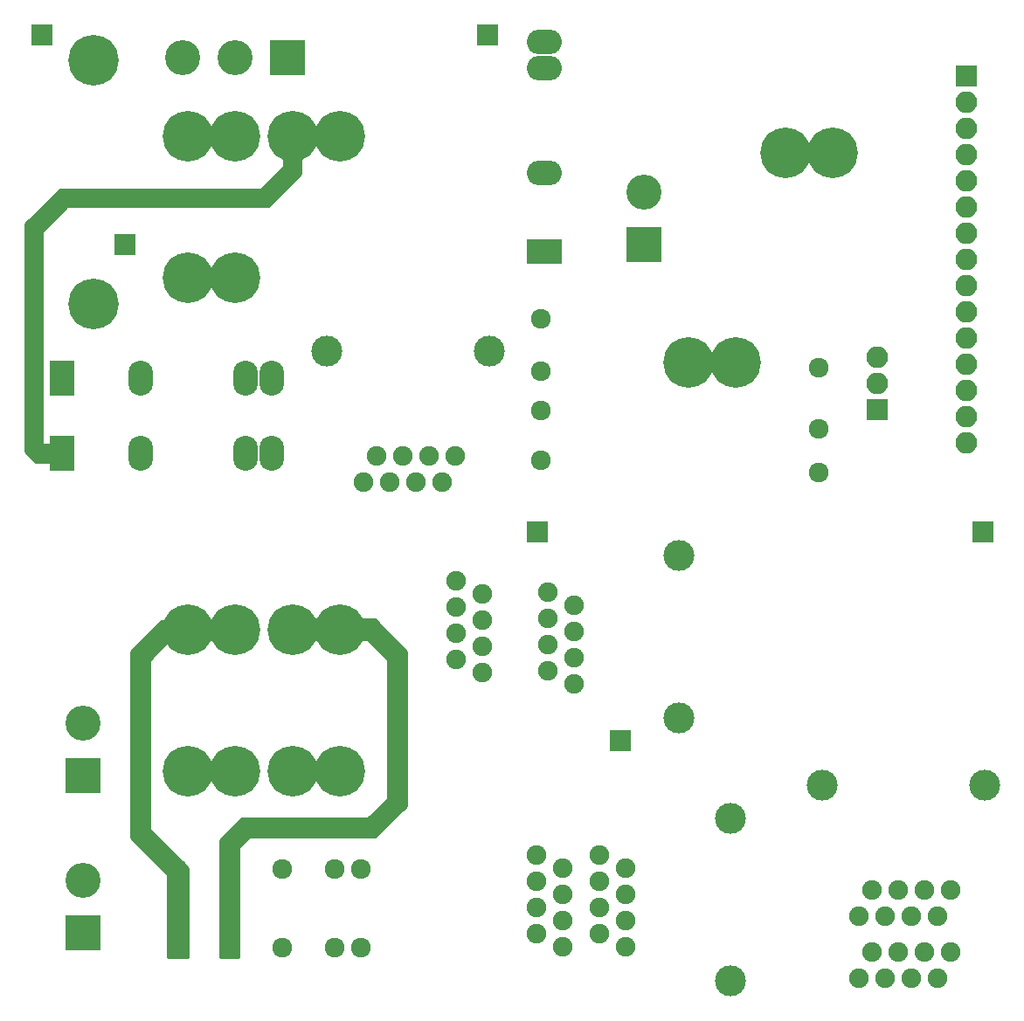
<source format=gbs>
G04 #@! TF.FileFunction,Soldermask,Bot*
%FSLAX46Y46*%
G04 Gerber Fmt 4.6, Leading zero omitted, Abs format (unit mm)*
G04 Created by KiCad (PCBNEW 4.0.7) date 05/06/18 13:24:53*
%MOMM*%
%LPD*%
G01*
G04 APERTURE LIST*
%ADD10C,0.100000*%
%ADD11C,1.900000*%
%ADD12R,3.400000X3.400000*%
%ADD13C,3.400000*%
%ADD14R,2.100000X2.100000*%
%ADD15O,2.100000X2.100000*%
%ADD16C,3.000000*%
%ADD17R,2.400000X3.400000*%
%ADD18O,2.400000X3.400000*%
%ADD19R,3.400000X2.400000*%
%ADD20O,3.400000X2.400000*%
%ADD21C,1.924000*%
%ADD22C,4.900880*%
%ADD23C,0.254000*%
G04 APERTURE END LIST*
D10*
D11*
X84963000Y-133540500D03*
X84963000Y-131000500D03*
X84963000Y-128460500D03*
X84963000Y-125920500D03*
X87503000Y-134810500D03*
X87503000Y-132270500D03*
X87503000Y-129730500D03*
X87503000Y-127190500D03*
D12*
X48768000Y-144780000D03*
D13*
X48768000Y-139700000D03*
D12*
X48768000Y-160020000D03*
D13*
X48768000Y-154940000D03*
D14*
X125730000Y-109347000D03*
D15*
X125730000Y-106807000D03*
X125730000Y-104267000D03*
D14*
X134366000Y-76962000D03*
D15*
X134366000Y-79502000D03*
X134366000Y-82042000D03*
X134366000Y-84582000D03*
X134366000Y-87122000D03*
X134366000Y-89662000D03*
X134366000Y-92202000D03*
X134366000Y-94742000D03*
X134366000Y-97282000D03*
X134366000Y-99822000D03*
X134366000Y-102362000D03*
X134366000Y-104902000D03*
X134366000Y-107442000D03*
X134366000Y-109982000D03*
X134366000Y-112522000D03*
D12*
X103124000Y-93281500D03*
D13*
X103124000Y-88201500D03*
D11*
X77216000Y-113792000D03*
X79756000Y-113792000D03*
X82296000Y-113792000D03*
X84836000Y-113792000D03*
X75946000Y-116332000D03*
X78486000Y-116332000D03*
X81026000Y-116332000D03*
X83566000Y-116332000D03*
D16*
X88138000Y-103632000D03*
X72390000Y-103632000D03*
D12*
X68580000Y-75184000D03*
D13*
X63500000Y-75184000D03*
X58420000Y-75184000D03*
D12*
X48768000Y-160020000D03*
D13*
X48768000Y-154940000D03*
D11*
X125222000Y-155892500D03*
X127762000Y-155892500D03*
X130302000Y-155892500D03*
X132842000Y-155892500D03*
X123952000Y-158432500D03*
X126492000Y-158432500D03*
X129032000Y-158432500D03*
X131572000Y-158432500D03*
D16*
X136144000Y-145732500D03*
X120396000Y-145732500D03*
D17*
X46736000Y-106299000D03*
D18*
X54356000Y-106299000D03*
X64516000Y-106299000D03*
X67056000Y-106299000D03*
D17*
X46736000Y-113538000D03*
D18*
X54356000Y-113538000D03*
X64516000Y-113538000D03*
X67056000Y-113538000D03*
D19*
X93472000Y-93980000D03*
D20*
X93472000Y-86360000D03*
X93472000Y-76200000D03*
X93472000Y-73660000D03*
D21*
X120078500Y-111188500D03*
X93154500Y-114236500D03*
X93154500Y-109410500D03*
X93154500Y-100520500D03*
X93154500Y-105600500D03*
X120078500Y-115379500D03*
X120078500Y-105219500D03*
D22*
X69088000Y-144399000D03*
X116840000Y-84455000D03*
X73660000Y-144399000D03*
X107442000Y-104775000D03*
X121412000Y-84455000D03*
X63500000Y-144399000D03*
X58928000Y-144399000D03*
X69088000Y-130683000D03*
X73660000Y-130683000D03*
X63500000Y-130683000D03*
X58928000Y-130683000D03*
X73660000Y-82804000D03*
X63500000Y-82804000D03*
X112014000Y-104775000D03*
X69088000Y-82804000D03*
X58928000Y-82804000D03*
X63500000Y-96520000D03*
X58928000Y-96520000D03*
X49784000Y-75438000D03*
X49784000Y-99060000D03*
X69088000Y-144399000D03*
X73660000Y-144399000D03*
X63500000Y-144399000D03*
X58928000Y-144399000D03*
X69088000Y-130683000D03*
X73660000Y-130683000D03*
X63500000Y-130683000D03*
X58928000Y-130683000D03*
X58928000Y-82804000D03*
X58928000Y-82804000D03*
D14*
X44831000Y-73025000D03*
X88011000Y-73025000D03*
X52895500Y-93281500D03*
D22*
X58928000Y-82804000D03*
D11*
X96393000Y-128270000D03*
X96393000Y-130810000D03*
X96393000Y-133350000D03*
X96393000Y-135890000D03*
X93853000Y-127000000D03*
X93853000Y-129540000D03*
X93853000Y-132080000D03*
X93853000Y-134620000D03*
D16*
X106553000Y-139192000D03*
X106553000Y-123444000D03*
D14*
X100901500Y-141414500D03*
X136017000Y-121158000D03*
X92837000Y-121158000D03*
D11*
X125222000Y-161925000D03*
X127762000Y-161925000D03*
X130302000Y-161925000D03*
X132842000Y-161925000D03*
X123952000Y-164465000D03*
X126492000Y-164465000D03*
X129032000Y-164465000D03*
X131572000Y-164465000D03*
X101346000Y-153797000D03*
X101346000Y-156337000D03*
X101346000Y-158877000D03*
X101346000Y-161417000D03*
X98806000Y-152527000D03*
X98806000Y-155067000D03*
X98806000Y-157607000D03*
X98806000Y-160147000D03*
D16*
X111506000Y-164719000D03*
X111506000Y-148971000D03*
D11*
X95250000Y-153797000D03*
X95250000Y-156337000D03*
X95250000Y-158877000D03*
X95250000Y-161417000D03*
X92710000Y-152527000D03*
X92710000Y-155067000D03*
X92710000Y-157607000D03*
X92710000Y-160147000D03*
D21*
X75692000Y-161480500D03*
X73152000Y-161480500D03*
X68072000Y-161480500D03*
X62992000Y-161480500D03*
X57912000Y-161480500D03*
X75692000Y-153860500D03*
X73152000Y-153860500D03*
X68072000Y-153860500D03*
X62992000Y-153860500D03*
X57912000Y-153860500D03*
D23*
G36*
X64389000Y-131572000D02*
X57277000Y-131572000D01*
X57227590Y-131582006D01*
X57187197Y-131609197D01*
X55282197Y-133514197D01*
X55254334Y-133556211D01*
X55245000Y-133604000D01*
X55245000Y-149987000D01*
X55255006Y-150036410D01*
X55282197Y-150076803D01*
X58928000Y-153722606D01*
X58928000Y-162433000D01*
X57023000Y-162433000D01*
X57023000Y-154432000D01*
X57012994Y-154382590D01*
X56985803Y-154342197D01*
X53467000Y-150823394D01*
X53467000Y-132767606D01*
X56440606Y-129794000D01*
X64389000Y-129794000D01*
X64389000Y-131572000D01*
X64389000Y-131572000D01*
G37*
X64389000Y-131572000D02*
X57277000Y-131572000D01*
X57227590Y-131582006D01*
X57187197Y-131609197D01*
X55282197Y-133514197D01*
X55254334Y-133556211D01*
X55245000Y-133604000D01*
X55245000Y-149987000D01*
X55255006Y-150036410D01*
X55282197Y-150076803D01*
X58928000Y-153722606D01*
X58928000Y-162433000D01*
X57023000Y-162433000D01*
X57023000Y-154432000D01*
X57012994Y-154382590D01*
X56985803Y-154342197D01*
X53467000Y-150823394D01*
X53467000Y-132767606D01*
X56440606Y-129794000D01*
X64389000Y-129794000D01*
X64389000Y-131572000D01*
G36*
X80137000Y-132767606D02*
X80137000Y-147773870D01*
X77037906Y-150749000D01*
X64897000Y-150749000D01*
X64847590Y-150759006D01*
X64807197Y-150786197D01*
X63918197Y-151675197D01*
X63890334Y-151717211D01*
X63881000Y-151765000D01*
X63881000Y-162433000D01*
X62103000Y-162433000D01*
X62103000Y-151055606D01*
X64187606Y-148971000D01*
X76327000Y-148971000D01*
X76376410Y-148960994D01*
X76416803Y-148933803D01*
X78321803Y-147028803D01*
X78349666Y-146986789D01*
X78359000Y-146939000D01*
X78359000Y-133604000D01*
X78348994Y-133554590D01*
X78321803Y-133514197D01*
X76416803Y-131609197D01*
X76374789Y-131581334D01*
X76327000Y-131572000D01*
X68199000Y-131572000D01*
X68199000Y-129667000D01*
X77036394Y-129667000D01*
X80137000Y-132767606D01*
X80137000Y-132767606D01*
G37*
X80137000Y-132767606D02*
X80137000Y-147773870D01*
X77037906Y-150749000D01*
X64897000Y-150749000D01*
X64847590Y-150759006D01*
X64807197Y-150786197D01*
X63918197Y-151675197D01*
X63890334Y-151717211D01*
X63881000Y-151765000D01*
X63881000Y-162433000D01*
X62103000Y-162433000D01*
X62103000Y-151055606D01*
X64187606Y-148971000D01*
X76327000Y-148971000D01*
X76376410Y-148960994D01*
X76416803Y-148933803D01*
X78321803Y-147028803D01*
X78349666Y-146986789D01*
X78359000Y-146939000D01*
X78359000Y-133604000D01*
X78348994Y-133554590D01*
X78321803Y-133514197D01*
X76416803Y-131609197D01*
X76374789Y-131581334D01*
X76327000Y-131572000D01*
X68199000Y-131572000D01*
X68199000Y-129667000D01*
X77036394Y-129667000D01*
X80137000Y-132767606D01*
G36*
X69913500Y-86434394D02*
X66749394Y-89598500D01*
X47244000Y-89598500D01*
X47194590Y-89608506D01*
X47154197Y-89635697D01*
X44868197Y-91921697D01*
X44840334Y-91963711D01*
X44831000Y-92011500D01*
X44831000Y-112585500D01*
X44841006Y-112634910D01*
X44869447Y-112676535D01*
X44911841Y-112703815D01*
X44958000Y-112712500D01*
X45593000Y-112712500D01*
X45593000Y-114363500D01*
X44248606Y-114363500D01*
X43243500Y-113358394D01*
X43243500Y-91302106D01*
X46598106Y-87947500D01*
X66040000Y-87947500D01*
X66089410Y-87937494D01*
X66129803Y-87910303D01*
X68225303Y-85814803D01*
X68253166Y-85772789D01*
X68262500Y-85725000D01*
X68262500Y-84963000D01*
X69913500Y-84963000D01*
X69913500Y-86434394D01*
X69913500Y-86434394D01*
G37*
X69913500Y-86434394D02*
X66749394Y-89598500D01*
X47244000Y-89598500D01*
X47194590Y-89608506D01*
X47154197Y-89635697D01*
X44868197Y-91921697D01*
X44840334Y-91963711D01*
X44831000Y-92011500D01*
X44831000Y-112585500D01*
X44841006Y-112634910D01*
X44869447Y-112676535D01*
X44911841Y-112703815D01*
X44958000Y-112712500D01*
X45593000Y-112712500D01*
X45593000Y-114363500D01*
X44248606Y-114363500D01*
X43243500Y-113358394D01*
X43243500Y-91302106D01*
X46598106Y-87947500D01*
X66040000Y-87947500D01*
X66089410Y-87937494D01*
X66129803Y-87910303D01*
X68225303Y-85814803D01*
X68253166Y-85772789D01*
X68262500Y-85725000D01*
X68262500Y-84963000D01*
X69913500Y-84963000D01*
X69913500Y-86434394D01*
M02*

</source>
